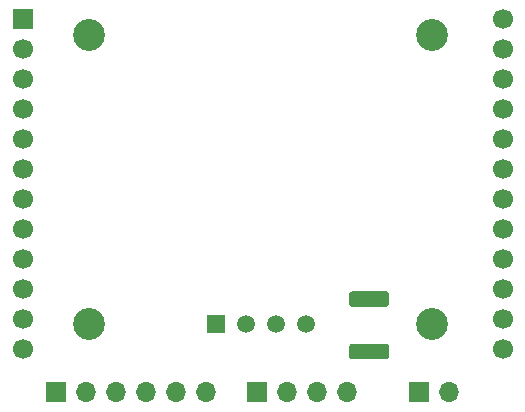
<source format=gts>
%TF.GenerationSoftware,KiCad,Pcbnew,5.1.8*%
%TF.CreationDate,2020-12-08T01:30:07+01:00*%
%TF.ProjectId,dht_esp_shield,6468745f-6573-4705-9f73-6869656c642e,rev?*%
%TF.SameCoordinates,Original*%
%TF.FileFunction,Soldermask,Top*%
%TF.FilePolarity,Negative*%
%FSLAX46Y46*%
G04 Gerber Fmt 4.6, Leading zero omitted, Abs format (unit mm)*
G04 Created by KiCad (PCBNEW 5.1.8) date 2020-12-08 01:30:07*
%MOMM*%
%LPD*%
G01*
G04 APERTURE LIST*
%ADD10C,1.500000*%
%ADD11R,1.500000X1.500000*%
%ADD12C,1.700000*%
%ADD13R,1.700000X1.700000*%
%ADD14O,1.700000X1.700000*%
%ADD15C,2.700000*%
G04 APERTURE END LIST*
D10*
%TO.C,U2*%
X122428000Y-84963000D03*
X119888000Y-84963000D03*
X117348000Y-84963000D03*
D11*
X114808000Y-84963000D03*
%TD*%
D12*
%TO.C,U1*%
X139065000Y-87122000D03*
X139065000Y-84582000D03*
X139065000Y-82042000D03*
X139065000Y-79502000D03*
X139065000Y-76962000D03*
X139065000Y-74422000D03*
X139065000Y-71882000D03*
X139065000Y-69342000D03*
X139065000Y-66802000D03*
X139065000Y-64262000D03*
X139065000Y-61722000D03*
X139065000Y-59182000D03*
X98425000Y-87122000D03*
X98425000Y-84582000D03*
X98425000Y-82042000D03*
X98425000Y-79502000D03*
X98425000Y-76962000D03*
X98425000Y-74422000D03*
X98425000Y-71882000D03*
X98425000Y-69342000D03*
X98425000Y-66802000D03*
X98425000Y-64262000D03*
X98425000Y-61722000D03*
D13*
X98425000Y-59182000D03*
%TD*%
D14*
%TO.C,J3*%
X125870000Y-90750000D03*
X123330000Y-90750000D03*
X120790000Y-90750000D03*
D13*
X118250000Y-90750000D03*
%TD*%
D14*
%TO.C,J2*%
X134540000Y-90750000D03*
D13*
X132000000Y-90750000D03*
%TD*%
D14*
%TO.C,J1*%
X113950000Y-90750000D03*
X111410000Y-90750000D03*
X108870000Y-90750000D03*
X106330000Y-90750000D03*
X103790000Y-90750000D03*
D13*
X101250000Y-90750000D03*
%TD*%
D15*
%TO.C,H4*%
X133065000Y-84997000D03*
%TD*%
%TO.C,H3*%
X133065000Y-60497000D03*
%TD*%
%TO.C,H2*%
X104065000Y-84997000D03*
%TD*%
%TO.C,H1*%
X104065000Y-60497000D03*
%TD*%
%TO.C,F1*%
G36*
G01*
X126311999Y-86665000D02*
X129212001Y-86665000D01*
G75*
G02*
X129462000Y-86914999I0J-249999D01*
G01*
X129462000Y-87715001D01*
G75*
G02*
X129212001Y-87965000I-249999J0D01*
G01*
X126311999Y-87965000D01*
G75*
G02*
X126062000Y-87715001I0J249999D01*
G01*
X126062000Y-86914999D01*
G75*
G02*
X126311999Y-86665000I249999J0D01*
G01*
G37*
G36*
G01*
X126311999Y-82215000D02*
X129212001Y-82215000D01*
G75*
G02*
X129462000Y-82464999I0J-249999D01*
G01*
X129462000Y-83265001D01*
G75*
G02*
X129212001Y-83515000I-249999J0D01*
G01*
X126311999Y-83515000D01*
G75*
G02*
X126062000Y-83265001I0J249999D01*
G01*
X126062000Y-82464999D01*
G75*
G02*
X126311999Y-82215000I249999J0D01*
G01*
G37*
%TD*%
M02*

</source>
